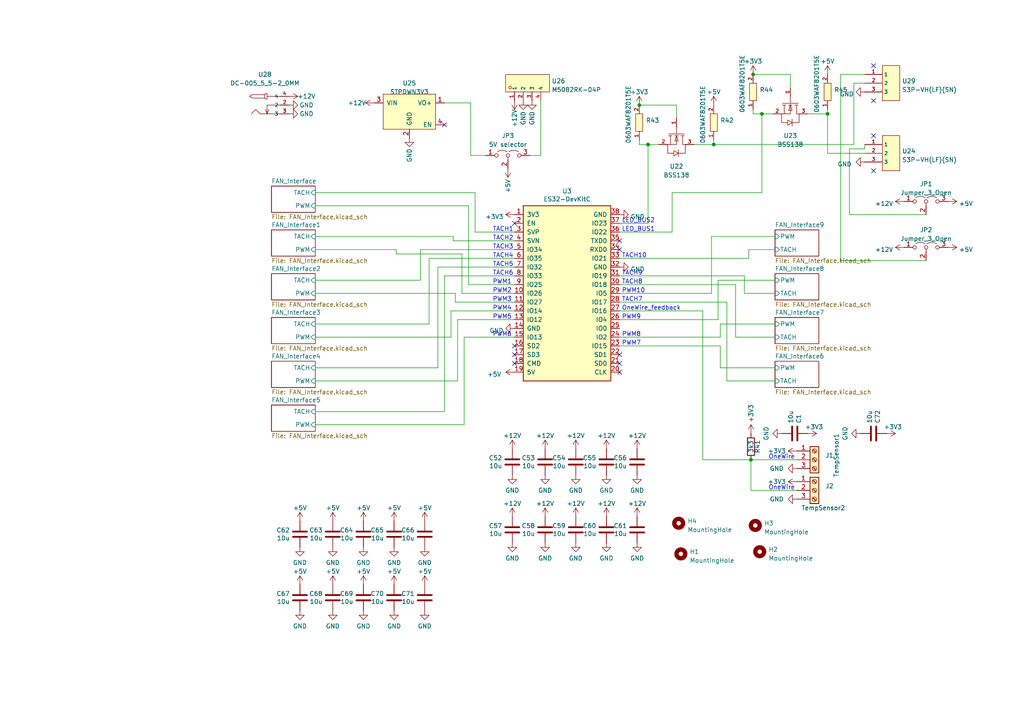
<source format=kicad_sch>
(kicad_sch (version 20230121) (generator eeschema)
  (paper "A4")
  (lib_symbols
    (symbol "0603WAF8201T5E_1" (pin_names hide)
      (property "Reference" "R" (at 0 1.905 0))
      (property "Value" "0603WAF8201T5E" (at 0 -2.54 0))
      (symbol "0603WAF8201T5E_1_0_0"
        (rectangle (start -2.54 1.016) (end 2.54 -1.016) (fill (type background)))
        (pin input line (at -5.08 0 0) (length 2.54) (name "1") (number "1"))
        (pin input line (at 5.08 0 180) (length 2.54) (name "2") (number "2"))
      )
    )
    (symbol "Connector:Screw_Terminal_01x03" (pin_names (offset 1.016) hide)
      (property "Reference" "J" (at 0 5.08 0))
      (property "Value" "Screw_Terminal_01x03" (at 0 -5.08 0))
      (symbol "Screw_Terminal_01x03_1_1"
        (rectangle (start -1.27 3.81) (end 1.27 -3.81) (stroke (width 0.254)) (fill (type background)))
        (circle (center 0 -2.54) (radius 0.635) (stroke (width 0.1524)))
        (polyline (pts (xy -0.5334 -2.2098) (xy 0.3302 -3.048)) (stroke (width 0.1524)))
        (polyline (pts (xy -0.5334 0.3302) (xy 0.3302 -0.508)) (stroke (width 0.1524)))
        (polyline (pts (xy -0.5334 2.8702) (xy 0.3302 2.032)) (stroke (width 0.1524)))
        (polyline (pts (xy -0.3556 -2.032) (xy 0.508 -2.8702)) (stroke (width 0.1524)))
        (polyline (pts (xy -0.3556 0.508) (xy 0.508 -0.3302)) (stroke (width 0.1524)))
        (polyline (pts (xy -0.3556 3.048) (xy 0.508 2.2098)) (stroke (width 0.1524)))
        (circle (center 0 0) (radius 0.635) (stroke (width 0.1524)))
        (circle (center 0 2.54) (radius 0.635) (stroke (width 0.1524)))
        (pin passive line (at -5.08 2.54 0) (length 3.81) (name "Pin_1") (number "1"))
        (pin passive line (at -5.08 0 0) (length 3.81) (name "Pin_2") (number "2"))
        (pin passive line (at -5.08 -2.54 0) (length 3.81) (name "Pin_3") (number "3"))
      )
    )
    (symbol "Device:C" (pin_numbers hide) (pin_names (offset 0.254))
      (property "Reference" "C" (at 0.635 2.54 0))
      (property "Value" "C" (at 0.635 -2.54 0))
      (symbol "C_0_1"
        (polyline (pts (xy -2.032 -0.762) (xy 2.032 -0.762)) (stroke (width 0.508)))
        (polyline (pts (xy -2.032 0.762) (xy 2.032 0.762)) (stroke (width 0.508)))
      )
      (symbol "C_1_1"
        (pin passive line (at 0 3.81 270) (length 2.794) (name "~") (number "1"))
        (pin passive line (at 0 -3.81 90) (length 2.794) (name "~") (number "2"))
      )
    )
    (symbol "Device:R" (pin_numbers hide) (pin_names (offset 0))
      (property "Reference" "R" (at 2.032 0 90))
      (property "Value" "R" (at 0 0 90))
      (symbol "R_0_1"
        (rectangle (start -1.016 -2.54) (end 1.016 2.54) (stroke (width 0.254)))
      )
      (symbol "R_1_1"
        (pin passive line (at 0 3.81 270) (length 1.27) (name "~") (number "1"))
        (pin passive line (at 0 -3.81 90) (length 1.27) (name "~") (number "2"))
      )
    )
    (symbol "ESP32:ES32-DevKitC" (pin_names (offset 1.016))
      (property "Reference" "U" (at 0 0 0))
      (property "Value" "ES32-DevKitC" (at 0 -2.54 0))
      (symbol "ES32-DevKitC_1_1"
        (rectangle (start -12.7 25.4) (end 12.7 -25.4) (stroke (width 0.254)) (fill (type background)))
        (pin input line (at -15.24 22.86 0) (length 2.54) (name "3V3") (number "1"))
        (pin input line (at -15.24 0 0) (length 2.54) (name "IO26") (number "10"))
        (pin input line (at -15.24 -2.54 0) (length 2.54) (name "IO27") (number "11"))
        (pin input line (at -15.24 -5.08 0) (length 2.54) (name "IO14") (number "12"))
        (pin input line (at -15.24 -7.62 0) (length 2.54) (name "IO12") (number "13"))
        (pin input line (at -15.24 -10.16 0) (length 2.54) (name "GND") (number "14"))
        (pin input line (at -15.24 -12.7 0) (length 2.54) (name "IO13") (number "15"))
        (pin input line (at -15.24 -15.24 0) (length 2.54) (name "SD2") (number "16"))
        (pin input line (at -15.24 -17.78 0) (length 2.54) (name "SD3") (number "17"))
        (pin input line (at -15.24 -20.32 0) (length 2.54) (name "CMD") (number "18"))
        (pin input line (at -15.24 -22.86 0) (length 2.54) (name "5V") (number "19"))
        (pin input line (at -15.24 20.32 0) (length 2.54) (name "EN") (number "2"))
        (pin input line (at 15.24 -22.86 180) (length 2.54) (name "CLK") (number "20"))
        (pin input line (at 15.24 -20.32 180) (length 2.54) (name "SD0") (number "21"))
        (pin input line (at 15.24 -17.78 180) (length 2.54) (name "SD1") (number "22"))
        (pin input line (at 15.24 -15.24 180) (length 2.54) (name "IO15") (number "23"))
        (pin input line (at 15.24 -12.7 180) (length 2.54) (name "IO2") (number "24"))
        (pin input line (at 15.24 -10.16 180) (length 2.54) (name "IO0") (number "25"))
        (pin input line (at 15.24 -7.62 180) (length 2.54) (name "IO4") (number "26"))
        (pin input line (at 15.24 -5.08 180) (length 2.54) (name "IO16") (number "27"))
        (pin input line (at 15.24 -2.54 180) (length 2.54) (name "IO17") (number "28"))
        (pin input line (at 15.24 0 180) (length 2.54) (name "IO5") (number "29"))
        (pin input line (at -15.24 17.78 0) (length 2.54) (name "SVP") (number "3"))
        (pin input line (at 15.24 2.54 180) (length 2.54) (name "IO18") (number "30"))
        (pin input line (at 15.24 5.08 180) (length 2.54) (name "IO19") (number "31"))
        (pin input line (at 15.24 7.62 180) (length 2.54) (name "GND") (number "32"))
        (pin input line (at 15.24 10.16 180) (length 2.54) (name "IO21") (number "33"))
        (pin input line (at 15.24 12.7 180) (length 2.54) (name "RXD0") (number "34"))
        (pin input line (at 15.24 15.24 180) (length 2.54) (name "TXD0") (number "35"))
        (pin input line (at 15.24 17.78 180) (length 2.54) (name "IO22") (number "36"))
        (pin input line (at 15.24 20.32 180) (length 2.54) (name "IO23") (number "37"))
        (pin input line (at 15.24 22.86 180) (length 2.54) (name "GND") (number "38"))
        (pin input line (at -15.24 15.24 0) (length 2.54) (name "SVN") (number "4"))
        (pin input line (at -15.24 12.7 0) (length 2.54) (name "IO34") (number "5"))
        (pin input line (at -15.24 10.16 0) (length 2.54) (name "IO35") (number "6"))
        (pin input line (at -15.24 7.62 0) (length 2.54) (name "IO32") (number "7"))
        (pin input line (at -15.24 5.08 0) (length 2.54) (name "IO33") (number "8"))
        (pin input line (at -15.24 2.54 0) (length 2.54) (name "IO25") (number "9"))
      )
    )
    (symbol "ESP32:STPDWN5V" (pin_names (offset 1.016))
      (property "Reference" "U" (at 0 11.43 0))
      (property "Value" "STPDWN5V" (at 0 11.43 0))
      (symbol "STPDWN5V_0_1"
        (rectangle (start -7.62 5.08) (end 7.62 -5.08) (fill (type background)))
      )
      (symbol "STPDWN5V_1_1"
        (pin power_out line (at 10.16 2.54 180) (length 2.54) (name "VO+") (number "1"))
        (pin power_out line (at 0 -7.62 90) (length 2.54) (name "GND") (number "2"))
        (pin power_out line (at -10.16 2.54 0) (length 2.54) (name "VIN") (number "3"))
        (pin power_out line (at 10.16 -3.81 180) (length 2.54) (name "EN") (number "4"))
      )
    )
    (symbol "Jumper:Jumper_3_Open" (pin_names (offset 0) hide)
      (property "Reference" "JP" (at -2.54 -2.54 0))
      (property "Value" "Jumper_3_Open" (at 0 2.794 0))
      (symbol "Jumper_3_Open_0_0"
        (circle (center -3.302 0) (radius 0.508))
        (circle (center 0 0) (radius 0.508))
        (circle (center 3.302 0) (radius 0.508))
      )
      (symbol "Jumper_3_Open_0_1"
        (arc (start -0.254 1.016) (mid -1.651 1.4992) (end -3.048 1.016))
        (polyline (pts (xy 0 -0.508) (xy 0 -1.27)))
        (arc (start 3.048 1.016) (mid 1.651 1.4992) (end 0.254 1.016))
      )
      (symbol "Jumper_3_Open_1_1"
        (pin passive line (at -6.35 0 0) (length 2.54) (name "A") (number "1"))
        (pin passive line (at 0 -3.81 90) (length 2.54) (name "C") (number "2"))
        (pin passive line (at 6.35 0 180) (length 2.54) (name "B") (number "3"))
      )
    )
    (symbol "Mechanical:MountingHole" (pin_names (offset 1.016))
      (property "Reference" "H" (at 0 5.08 0))
      (property "Value" "MountingHole" (at 0 3.175 0))
      (symbol "MountingHole_0_1"
        (circle (center 0 0) (radius 1.27) (stroke (width 1.27)))
      )
    )
    (symbol "Reg_v2.1:BSS138" (pin_names hide)
      (property "Reference" "U" (at -2.54 3.81 0))
      (property "Value" "BSS138" (at -3.81 -4.445 0))
      (symbol "BSS138_0_0"
        (polyline (pts (xy -2.54 0) (xy -0.508 0)))
        (polyline (pts (xy -0.508 2.286) (xy -0.508 -2.286)))
        (polyline (pts (xy 0 -2.286) (xy 0 -1.27)))
        (polyline (pts (xy 0 -0.508) (xy 0 0.508)))
        (polyline (pts (xy 0 2.286) (xy 0 1.27)))
        (polyline (pts (xy 2.54 -1.778) (xy 0 -1.778)))
        (polyline (pts (xy 0 0) (xy 1.524 -0.508) (xy 1.524 0.508) (xy 0 0)) (fill (type background)))
        (polyline (pts (xy 5.08 0.508) (xy 4.318 -0.762) (xy 5.842 -0.762) (xy 5.08 0.508)) (fill (type background)))
        (polyline (pts (xy 6.096 0.508) (xy 5.588 0.508) (xy 4.572 0.508) (xy 4.064 0.508)))
        (polyline (pts (xy 0 0) (xy 2.54 0) (xy 2.54 -2.54) (xy 5.08 -2.54) (xy 5.08 -0.762)))
        (polyline (pts (xy 0 1.778) (xy 2.54 1.778) (xy 2.54 2.54) (xy 5.08 2.54) (xy 5.08 0.508)))
        (pin unspecified line (at -5.08 0 0) (length 2.54) (name "G") (number "1"))
        (pin unspecified line (at 2.54 -5.08 90) (length 2.54) (name "S") (number "2"))
        (pin unspecified line (at 2.54 5.08 270) (length 2.54) (name "D") (number "3"))
      )
    )
    (symbol "Reg_v2.1:M5082RK-04P"
      (property "Reference" "U" (at -0.254 11.938 0))
      (property "Value" "M5082RK-04P" (at -0.254 8.128 0))
      (symbol "M5082RK-04P_0_0"
        (rectangle (start -2.54 6.35) (end 2.54 -6.35) (fill (type background)))
        (circle (center -1.27 5.08) (radius 0.381) (fill (type background)))
        (pin unspecified line (at -5.08 3.81 0) (length 2.54) (name "1") (number "1"))
        (pin unspecified line (at -5.08 1.27 0) (length 2.54) (name "2") (number "2"))
        (pin unspecified line (at -5.08 -1.27 0) (length 2.54) (name "3") (number "3"))
        (pin unspecified line (at -5.08 -3.81 0) (length 2.54) (name "4") (number "4"))
      )
    )
    (symbol "Reg_v2.1:S3P-VH(LF)(SN)"
      (property "Reference" "U" (at 0 5.715 0))
      (property "Value" "S3P-VH(LF)(SN)" (at 0 3.81 0))
      (symbol "S3P-VH(LF)(SN)_0_0"
        (rectangle (start -5.08 2.54) (end 5.08 -2.54) (fill (type background)))
        (pin unspecified line (at -2.54 -7.62 90) (length 5.08) (name "1") (number "1"))
        (pin unspecified line (at 0 -7.62 90) (length 5.08) (name "2") (number "2"))
        (pin unspecified line (at 2.54 -7.62 90) (length 5.08) (name "3") (number "3"))
      )
    )
    (symbol "Reg_v2:DC-005_5_5-2_0MM"
      (property "Reference" "U12" (at -103.505 72.39 0))
      (property "Value" "DC-005_5_5-2_0MM" (at -103.505 69.85 0))
      (symbol "DC-005_5_5-2_0MM_0_0"
        (polyline (pts (xy -104.902 60.96) (xy -99.06 60.96)))
        (polyline (pts (xy -102.87 60.96) (xy -102.362 62.23)))
        (polyline (pts (xy -102.87 66.04) (xy -99.06 66.04)))
        (polyline (pts (xy -104.902 60.96) (xy -106.172 62.23) (xy -107.442 60.96) (xy -107.442 60.96)))
        (polyline (pts (xy -99.06 63.5) (xy -102.87 63.5) (xy -102.87 60.96) (xy -103.378 62.23)))
        (polyline (pts (xy -103.632 66.548) (xy -103.632 65.532) (xy -107.188 65.532) (xy -107.95 66.04) (xy -107.188 66.548) (xy -103.632 66.548)))
        (polyline (pts (xy -103.632 66.548) (xy -103.378 66.802) (xy -102.87 66.802) (xy -102.87 65.278) (xy -103.378 65.278) (xy -103.632 65.532)))
        (pin unspecified line (at -96.52 63.5 180) (length 2.54) (name "2") (number "2"))
        (pin unspecified line (at -96.52 60.96 180) (length 2.54) (name "3") (number "3"))
        (pin unspecified line (at -96.52 66.04 180) (length 2.54) (name "4") (number "4"))
      )
    )
    (symbol "power:+12V" (power) (pin_names (offset 0))
      (property "Value" "+12V" (at 0 3.556 0))
      (symbol "+12V_0_1"
        (polyline (pts (xy -0.762 1.27) (xy 0 2.54)))
        (polyline (pts (xy 0 0) (xy 0 2.54)))
        (polyline (pts (xy 0 2.54) (xy 0.762 1.27)))
      )
      (symbol "+12V_1_1"
        (pin power_in line (at 0 0 90) (length 0) hide (name "+12V") (number "1"))
      )
    )
    (symbol "power:+3.3V" (power) (pin_names (offset 0))
      (property "Value" "+3.3V" (at 0 3.556 0))
      (symbol "+3.3V_0_1"
        (polyline (pts (xy -0.762 1.27) (xy 0 2.54)))
        (polyline (pts (xy 0 0) (xy 0 2.54)))
        (polyline (pts (xy 0 2.54) (xy 0.762 1.27)))
      )
      (symbol "+3.3V_1_1"
        (pin power_in line (at 0 0 90) (length 0) hide (name "+3V3") (number "1"))
      )
    )
    (symbol "power:+3V3" (power) (pin_names (offset 0))
      (property "Value" "+3V3" (at 0 3.556 0))
      (symbol "+3V3_0_1"
        (polyline (pts (xy -0.762 1.27) (xy 0 2.54)))
        (polyline (pts (xy 0 0) (xy 0 2.54)))
        (polyline (pts (xy 0 2.54) (xy 0.762 1.27)))
      )
      (symbol "+3V3_1_1"
        (pin power_in line (at 0 0 90) (length 0) hide (name "+3V3") (number "1"))
      )
    )
    (symbol "power:+5V" (power) (pin_names (offset 0))
      (property "Value" "+5V" (at 0 3.556 0))
      (symbol "+5V_0_1"
        (polyline (pts (xy -0.762 1.27) (xy 0 2.54)))
        (polyline (pts (xy 0 0) (xy 0 2.54)))
        (polyline (pts (xy 0 2.54) (xy 0.762 1.27)))
      )
      (symbol "+5V_1_1"
        (pin power_in line (at 0 0 90) (length 0) hide (name "+5V") (number "1"))
      )
    )
    (symbol "power:GND" (power) (pin_names (offset 0))
      (property "Value" "GND" (at 0 -3.81 0))
      (symbol "GND_0_1"
        (polyline (pts (xy 0 0) (xy 0 -1.27) (xy 1.27 -1.27) (xy 0 -2.54) (xy -1.27 -1.27) (xy 0 -1.27)))
      )
      (symbol "GND_1_1"
        (pin power_in line (at 0 0 270) (length 0) hide (name "GND") (number "1"))
      )
    )
  )
  (junction (at 185.42 30.48))
  (junction (at 207.01 41.91))
  (junction (at 217.805 133.35))
  (junction (at 240.03 33.02))
  (junction (at 187.96 41.91))
  (junction (at 218.44 21.59))
  (junction (at 220.98 33.02))
  (no_connect (at 253.365 19.05))
  (no_connect (at 149.225 105.41))
  (no_connect (at 149.225 64.77))
  (no_connect (at 253.365 49.53))
  (no_connect (at 253.365 29.21))
  (no_connect (at 179.705 72.39))
  (no_connect (at 149.225 100.33))
  (no_connect (at 179.705 69.85))
  (no_connect (at 128.905 36.195))
  (no_connect (at 179.705 102.87))
  (no_connect (at 179.705 105.41))
  (no_connect (at 149.225 102.87))
  (no_connect (at 253.365 39.37))
  (no_connect (at 179.705 107.95))
  (wire (pts (xy 206.375 85.09) (xy 206.375 68.58)))
  (wire (pts (xy 179.705 85.09) (xy 206.375 85.09)))
  (wire (pts (xy 179.705 80.01) (xy 215.9 80.01)))
  (wire (pts (xy 149.225 77.47) (xy 127 77.47)))
  (wire (pts (xy 187.96 64.77) (xy 187.96 41.91)))
  (wire (pts (xy 207.01 41.91) (xy 247.65 41.91)))
  (wire (pts (xy 220.98 55.88) (xy 220.98 33.02)))
  (wire (pts (xy 196.215 30.48) (xy 185.42 30.48)))
  (wire (pts (xy 91.44 119.38) (xy 128.905 119.38)))
  (wire (pts (xy 217.17 74.93) (xy 217.17 72.39)))
  (wire (pts (xy 213.36 97.79) (xy 213.36 82.55)))
  (wire (pts (xy 137.795 67.31) (xy 149.225 67.31)))
  (wire (pts (xy 218.44 31.75) (xy 218.44 33.02)))
  (wire (pts (xy 208.915 97.79) (xy 179.705 97.79)))
  (wire (pts (xy 234.315 33.02) (xy 240.03 33.02)))
  (wire (pts (xy 185.42 40.64) (xy 185.42 41.91)))
  (wire (pts (xy 130.81 90.17) (xy 149.225 90.17)))
  (wire (pts (xy 210.82 110.49) (xy 224.79 110.49)))
  (wire (pts (xy 91.44 81.28) (xy 121.92 81.28)))
  (wire (pts (xy 217.805 133.35) (xy 231.14 133.35)))
  (wire (pts (xy 231.14 142.24) (xy 217.805 142.24)))
  (wire (pts (xy 134.62 97.79) (xy 149.225 97.79)))
  (wire (pts (xy 91.44 97.79) (xy 130.81 97.79)))
  (wire (pts (xy 203.835 90.17) (xy 179.705 90.17)))
  (wire (pts (xy 250.825 43.18) (xy 250.825 41.91)))
  (wire (pts (xy 121.92 81.28) (xy 121.92 72.39)))
  (wire (pts (xy 268.605 62.23) (xy 246.38 62.23)))
  (wire (pts (xy 203.835 133.35) (xy 203.835 90.17)))
  (wire (pts (xy 132.08 87.63) (xy 149.225 87.63)))
  (wire (pts (xy 224.79 93.98) (xy 208.915 93.98)))
  (wire (pts (xy 135.89 82.55) (xy 149.225 82.55)))
  (wire (pts (xy 156.845 45.085) (xy 156.845 29.21)))
  (wire (pts (xy 194.945 67.31) (xy 194.945 55.88)))
  (wire (pts (xy 207.01 41.91) (xy 207.01 40.64)))
  (wire (pts (xy 128.905 119.38) (xy 128.905 80.01)))
  (wire (pts (xy 215.9 80.01) (xy 215.9 85.09)))
  (wire (pts (xy 246.38 43.18) (xy 250.825 43.18)))
  (wire (pts (xy 131.445 69.85) (xy 131.445 68.58)))
  (wire (pts (xy 187.96 41.91) (xy 191.135 41.91)))
  (wire (pts (xy 179.705 87.63) (xy 210.82 87.63)))
  (wire (pts (xy 124.46 93.98) (xy 91.44 93.98)))
  (wire (pts (xy 194.945 55.88) (xy 220.98 55.88)))
  (wire (pts (xy 128.905 80.01) (xy 149.225 80.01)))
  (wire (pts (xy 247.65 41.91) (xy 247.65 24.13)))
  (wire (pts (xy 134.62 123.19) (xy 134.62 97.79)))
  (wire (pts (xy 135.89 59.69) (xy 135.89 82.55)))
  (wire (pts (xy 179.705 74.93) (xy 217.17 74.93)))
  (wire (pts (xy 131.445 68.58) (xy 91.44 68.58)))
  (wire (pts (xy 208.28 81.28) (xy 224.79 81.28)))
  (wire (pts (xy 201.295 41.91) (xy 207.01 41.91)))
  (wire (pts (xy 240.03 33.02) (xy 240.03 31.75)))
  (wire (pts (xy 208.915 100.33) (xy 208.915 106.68)))
  (wire (pts (xy 179.705 64.77) (xy 187.96 64.77)))
  (wire (pts (xy 210.82 87.63) (xy 210.82 110.49)))
  (wire (pts (xy 243.84 21.59) (xy 250.825 21.59)))
  (wire (pts (xy 127 77.47) (xy 127 106.68)))
  (wire (pts (xy 136.525 45.085) (xy 136.525 29.845)))
  (wire (pts (xy 215.9 85.09) (xy 224.79 85.09)))
  (wire (pts (xy 91.44 55.88) (xy 137.795 55.88)))
  (wire (pts (xy 218.44 33.02) (xy 220.98 33.02)))
  (wire (pts (xy 132.715 92.71) (xy 132.715 110.49)))
  (wire (pts (xy 140.97 45.085) (xy 136.525 45.085)))
  (wire (pts (xy 185.42 41.91) (xy 187.96 41.91)))
  (wire (pts (xy 206.375 68.58) (xy 224.79 68.58)))
  (wire (pts (xy 132.08 85.09) (xy 132.08 87.63)))
  (wire (pts (xy 196.215 34.29) (xy 196.215 30.48)))
  (wire (pts (xy 91.44 85.09) (xy 132.08 85.09)))
  (wire (pts (xy 247.65 24.13) (xy 250.825 24.13)))
  (wire (pts (xy 208.28 92.71) (xy 208.28 81.28)))
  (wire (pts (xy 208.915 106.68) (xy 224.79 106.68)))
  (wire (pts (xy 229.235 25.4) (xy 229.235 21.59)))
  (wire (pts (xy 179.705 82.55) (xy 213.36 82.55)))
  (wire (pts (xy 149.225 85.09) (xy 133.985 85.09)))
  (wire (pts (xy 132.715 110.49) (xy 91.44 110.49)))
  (wire (pts (xy 246.38 62.23) (xy 246.38 43.18)))
  (wire (pts (xy 179.705 92.71) (xy 208.28 92.71)))
  (wire (pts (xy 149.225 69.85) (xy 131.445 69.85)))
  (wire (pts (xy 224.79 97.79) (xy 213.36 97.79)))
  (wire (pts (xy 217.17 72.39) (xy 224.79 72.39)))
  (wire (pts (xy 179.705 67.31) (xy 194.945 67.31)))
  (wire (pts (xy 130.81 97.79) (xy 130.81 90.17)))
  (wire (pts (xy 179.705 100.33) (xy 208.915 100.33)))
  (wire (pts (xy 220.98 33.02) (xy 224.155 33.02)))
  (wire (pts (xy 153.67 45.085) (xy 156.845 45.085)))
  (wire (pts (xy 114.935 72.39) (xy 91.44 72.39)))
  (wire (pts (xy 133.985 85.09) (xy 133.985 73.66)))
  (wire (pts (xy 149.225 92.71) (xy 132.715 92.71)))
  (wire (pts (xy 240.03 33.02) (xy 240.03 44.45)))
  (wire (pts (xy 208.915 93.98) (xy 208.915 97.79)))
  (wire (pts (xy 137.795 55.88) (xy 137.795 67.31)))
  (wire (pts (xy 91.44 123.19) (xy 134.62 123.19)))
  (wire (pts (xy 121.92 72.39) (xy 149.225 72.39)))
  (wire (pts (xy 243.84 75.565) (xy 243.84 21.59)))
  (wire (pts (xy 229.235 21.59) (xy 218.44 21.59)))
  (wire (pts (xy 91.44 59.69) (xy 135.89 59.69)))
  (wire (pts (xy 217.805 142.24) (xy 217.805 133.35)))
  (wire (pts (xy 149.225 74.93) (xy 124.46 74.93)))
  (wire (pts (xy 136.525 29.845) (xy 128.905 29.845)))
  (wire (pts (xy 133.985 73.66) (xy 114.935 73.66)))
  (wire (pts (xy 268.605 75.565) (xy 243.84 75.565)))
  (wire (pts (xy 240.03 44.45) (xy 250.825 44.45)))
  (wire (pts (xy 114.935 73.66) (xy 114.935 72.39)))
  (wire (pts (xy 203.835 133.35) (xy 217.805 133.35)))
  (wire (pts (xy 127 106.68) (xy 91.44 106.68)))
  (wire (pts (xy 124.46 74.93) (xy 124.46 93.98)))
  (text "OneWire_feedback" (at 180.34 90.17 0) (effects (font (size 1.27 1.27)) (justify left bottom)))
  (text "TACH7" (at 180.34 87.63 0) (effects (font (size 1.27 1.27)) (justify left bottom)))
  (text "PWM5" (at 142.875 92.71 0) (effects (font (size 1.27 1.27)) (justify left bottom)))
  (text "PWM10" (at 180.34 85.09 0) (effects (font (size 1.27 1.27)) (justify left bottom)))
  (text "PWM6" (at 142.875 97.79 0) (effects (font (size 1.27 1.27)) (justify left bottom)))
  (text "TACH4" (at 142.875 74.93 0) (effects (font (size 1.27 1.27)) (justify left bottom)))
  (text "OneWire" (at 222.885 142.24 0) (effects (font (size 1.27 1.27)) (justify left bottom)))
  (text "LED_BUS2" (at 180.34 64.77 0) (effects (font (size 1.27 1.27)) (justify left bottom)))
  (text "LED_BUS1" (at 180.34 67.31 0) (effects (font (size 1.27 1.27)) (justify left bottom)))
  (text "TACH8" (at 180.34 82.55 0) (effects (font (size 1.27 1.27)) (justify left bottom)))
  (text "PWM3" (at 142.875 87.63 0) (effects (font (size 1.27 1.27)) (justify left bottom)))
  (text "TACH2" (at 142.875 69.85 0) (effects (font (size 1.27 1.27)) (justify left bottom)))
  (text "PWM4" (at 142.875 90.17 0) (effects (font (size 1.27 1.27)) (justify left bottom)))
  (text "TACH6" (at 142.875 80.01 0) (effects (font (size 1.27 1.27)) (justify left bottom)))
  (text "PWM1" (at 142.875 82.55 0) (effects (font (size 1.27 1.27)) (justify left bottom)))
  (text "TACH5" (at 142.875 77.47 0) (effects (font (size 1.27 1.27)) (justify left bottom)))
  (text "TACH3" (at 142.875 72.39 0) (effects (font (size 1.27 1.27)) (justify left bottom)))
  (text "TACH10" (at 180.34 74.93 0) (effects (font (size 1.27 1.27)) (justify left bottom)))
  (text "TACH9" (at 180.34 80.01 0) (effects (font (size 1.27 1.27)) (justify left bottom)))
  (text "PWM8" (at 180.34 97.79 0) (effects (font (size 1.27 1.27)) (justify left bottom)))
  (text "PWM7" (at 180.34 100.33 0) (effects (font (size 1.27 1.27)) (justify left bottom)))
  (text "PWM2" (at 142.875 85.09 0) (effects (font (size 1.27 1.27)) (justify left bottom)))
  (text "OneWire" (at 222.885 133.35 0) (effects (font (size 1.27 1.27)) (justify left bottom)))
  (text "PWM9" (at 180.34 92.71 0) (effects (font (size 1.27 1.27)) (justify left bottom)))
  (text "TACH1" (at 142.875 67.31 0) (effects (font (size 1.27 1.27)) (justify left bottom)))
  (symbol (lib_id "power:+5V") (at 274.955 71.755 270) (unit 1)
    (property "Reference" "#PWR082" (effects hide))
    (property "Value" "+5V" (at 278.13 72.39 90) (effects (justify left)))
  )
  (symbol (lib_id "Device:C") (at 148.59 153.67 0) (mirror y) (unit 1)
    (property "Reference" "C57" (at 145.669 152.5016 0) (effects (justify left)))
    (property "Value" "10u" (at 145.669 154.813 0) (effects (justify left)))
    (property "Footprint" "Capacitor_SMD:C_0805_2012Metric" (effects hide))
    (property "LCSC" "C440198" (effects hide))
  )
  (symbol (lib_id "power:+12V") (at 148.59 130.175 0) (unit 1)
    (property "Reference" "#PWR0187" (effects hide))
    (property "Value" "+12V" (at 148.59 126.365 0))
  )
  (symbol (lib_id "power:+12V") (at 158.115 149.86 0) (unit 1)
    (property "Reference" "#PWR0199" (effects hide))
    (property "Value" "+12V" (at 158.115 146.05 0))
  )
  (symbol (lib_id "Reg_v2.1:BSS138") (at 196.215 39.37 270) (unit 1)
    (property "Reference" "U22" (at 196.215 48.26 90))
    (property "Value" "BSS138" (at 196.215 50.8 90))
    (property "Footprint" "Reg_v2.1:SOT-23-3_L2.9-W1.3-P1.90-LS2.4-BR" (effects hide))
    (property "Datasheet" "https://www.diodes.com/assets/Package-Files/SOT23.pdf" (effects hide))
    (property "LCSC" "C78284" (effects hide))
  )
  (symbol (lib_id "Device:C") (at 123.19 173.355 0) (mirror y) (unit 1)
    (property "Reference" "C71" (at 120.269 172.1866 0) (effects (justify left)))
    (property "Value" "10u" (at 120.269 174.498 0) (effects (justify left)))
    (property "Footprint" "Capacitor_SMD:C_0805_2012Metric" (effects hide))
    (property "LCSC" "C440198" (effects hide))
  )
  (symbol (lib_id "Device:C") (at 105.41 173.355 0) (mirror y) (unit 1)
    (property "Reference" "C69" (at 102.489 172.1866 0) (effects (justify left)))
    (property "Value" "10u" (at 102.489 174.498 0) (effects (justify left)))
    (property "Footprint" "Capacitor_SMD:C_0805_2012Metric" (effects hide))
    (property "LCSC" "C440198" (effects hide))
  )
  (symbol (lib_id "power:+12V") (at 108.585 29.845 90) (unit 1)
    (property "Reference" "#PWR0229" (effects hide))
    (property "Value" "+12V" (at 103.505 29.845 90))
  )
  (symbol (lib_id "power:+5V") (at 149.225 107.95 90) (unit 1)
    (property "Reference" "#PWR074" (effects hide))
    (property "Value" "+5V" (at 145.415 108.585 90) (effects (justify left)))
  )
  (symbol (lib_id "Jumper:Jumper_3_Open") (at 147.32 45.085 0) (unit 1)
    (property "Reference" "JP3" (at 147.32 39.37 0))
    (property "Value" "5V selector" (at 147.32 41.91 0))
    (property "Footprint" "Connector_PinHeader_2.54mm:PinHeader_1x03_P2.54mm_Vertical" (effects hide))
  )
  (symbol (lib_id "power:+3.3V") (at 231.14 130.81 90) (unit 1)
    (property "Reference" "#PWR066" (effects hide))
    (property "Value" "+3.3V" (at 227.965 130.81 90) (effects (justify left)))
  )
  (symbol (lib_id "power:GND") (at 158.115 137.795 0) (mirror y) (unit 1)
    (property "Reference" "#PWR0190" (effects hide))
    (property "Value" "GND" (at 158.115 142.24 0))
  )
  (symbol (lib_id "power:+3.3V") (at 234.315 125.73 270) (mirror x) (unit 1)
    (property "Reference" "#PWR065" (effects hide))
    (property "Value" "+3.3V" (at 238.76 123.825 90) (effects (justify right)))
  )
  (symbol (lib_id "power:+12V") (at 167.005 149.86 0) (unit 1)
    (property "Reference" "#PWR0201" (effects hide))
    (property "Value" "+12V" (at 167.005 146.05 0))
  )
  (symbol (lib_id "Connector:Screw_Terminal_01x03") (at 236.22 142.24 0) (unit 1)
    (property "Reference" "J2" (at 239.395 140.9699 0) (effects (justify left)))
    (property "Value" "TempSensor2" (at 232.41 147.32 0) (effects (justify left)))
    (property "Footprint" "Connector_Phoenix_MC:PhoenixContact_MC_1,5_3-G-3.5_1x03_P3.50mm_Horizontal" (effects hide))
  )
  (symbol (lib_id "Device:C") (at 114.3 173.355 0) (mirror y) (unit 1)
    (property "Reference" "C70" (at 111.379 172.1866 0) (effects (justify left)))
    (property "Value" "10u" (at 111.379 174.498 0) (effects (justify left)))
    (property "Footprint" "Capacitor_SMD:C_0805_2012Metric" (effects hide))
    (property "LCSC" "C440198" (effects hide))
  )
  (symbol (lib_id "power:+3V3") (at 185.42 30.48 0) (unit 1)
    (property "Reference" "#PWR072" (effects hide))
    (property "Value" "+3V3" (at 185.42 26.67 0))
  )
  (symbol (lib_id "power:GND") (at 149.225 95.25 270) (unit 1)
    (property "Reference" "#PWR09" (effects hide))
    (property "Value" "GND" (at 146.05 95.885 90) (effects (justify right)))
  )
  (symbol (lib_id "Device:C") (at 86.995 154.94 0) (mirror y) (unit 1)
    (property "Reference" "C62" (at 84.074 153.7716 0) (effects (justify left)))
    (property "Value" "10u" (at 84.074 156.083 0) (effects (justify left)))
    (property "Footprint" "Capacitor_SMD:C_0805_2012Metric" (effects hide))
    (property "LCSC" "C440198" (effects hide))
  )
  (symbol (lib_id "power:GND") (at 179.705 77.47 90) (unit 1)
    (property "Reference" "#PWR08" (effects hide))
    (property "Value" "GND" (at 182.88 78.105 90) (effects (justify right)))
  )
  (symbol (lib_id "Jumper:Jumper_3_Open") (at 268.605 58.42 0) (unit 1)
    (property "Reference" "JP1" (at 268.605 53.34 0))
    (property "Value" "Jumper_3_Open" (at 268.605 55.88 0))
    (property "Footprint" "Connector_PinHeader_2.54mm:PinHeader_1x03_P2.54mm_Vertical" (effects hide))
  )
  (symbol (lib_id "power:+5V") (at 86.995 169.545 0) (unit 1)
    (property "Reference" "#PWR0217" (effects hide))
    (property "Value" "+5V" (at 86.995 165.735 0))
  )
  (symbol (lib_id "power:+3V3") (at 218.44 21.59 0) (unit 1)
    (property "Reference" "#PWR075" (effects hide))
    (property "Value" "+3V3" (at 218.44 17.78 0))
  )
  (symbol (lib_id "power:+5V") (at 123.19 151.13 0) (unit 1)
    (property "Reference" "#PWR0216" (effects hide))
    (property "Value" "+5V" (at 123.19 147.32 0))
  )
  (symbol (lib_id "power:+12V") (at 148.59 149.86 0) (unit 1)
    (property "Reference" "#PWR0197" (effects hide))
    (property "Value" "+12V" (at 148.59 146.05 0))
  )
  (symbol (lib_id "Device:C") (at 96.52 173.355 0) (mirror y) (unit 1)
    (property "Reference" "C68" (at 93.599 172.1866 0) (effects (justify left)))
    (property "Value" "10u" (at 93.599 174.498 0) (effects (justify left)))
    (property "Footprint" "Capacitor_SMD:C_0805_2012Metric" (effects hide))
    (property "LCSC" "C440198" (effects hide))
  )
  (symbol (lib_id "power:GND") (at 158.115 157.48 0) (mirror y) (unit 1)
    (property "Reference" "#PWR0200" (effects hide))
    (property "Value" "GND" (at 158.115 161.925 0))
  )
  (symbol (lib_id "power:+5V") (at 147.32 48.895 180) (unit 1)
    (property "Reference" "#PWR086" (effects hide))
    (property "Value" "+5V" (at 147.32 53.975 90))
  )
  (symbol (lib_id "power:+5V") (at 96.52 151.13 0) (unit 1)
    (property "Reference" "#PWR0213" (effects hide))
    (property "Value" "+5V" (at 96.52 147.32 0))
  )
  (symbol (lib_id "Reg_v2.1:S3P-VH(LF)(SN)") (at 258.445 24.13 270) (unit 1)
    (property "Reference" "U29" (at 261.62 23.495 90) (effects (justify left)))
    (property "Value" "S3P-VH(LF)(SN)" (at 261.62 26.035 90) (effects (justify left)))
    (property "Footprint" "Reg_v2.1:CONN-TH_3P-P3.96_S3P-VH-LF-SN" (effects hide))
    (property "Datasheet" "https://lcsc.com/product-detail/Wire-To-Board-Wire-To-Wire-Connector_JST-Sales-America_S3P-VH-LF-SN_JST-Sales-America-S3P-VH-LF-SN_C264986.html" (effects hide))
    (property "LCSC" "C264986" (effects hide))
  )
  (symbol (lib_id "Mechanical:MountingHole") (at 220.345 160.02 0) (unit 1)
    (property "Reference" "H2" (at 222.885 159.385 0) (effects (justify left)))
    (property "Value" "MountingHole" (at 222.885 161.925 0) (effects (justify left)))
    (property "Footprint" "MountingHole:MountingHole_3.2mm_M3_DIN965" (effects hide))
  )
  (symbol (lib_id "power:GND") (at 148.59 137.795 0) (mirror y) (unit 1)
    (property "Reference" "#PWR0188" (effects hide))
    (property "Value" "GND" (at 148.59 142.24 0))
  )
  (symbol (lib_id "Device:C") (at 184.785 133.985 0) (mirror y) (unit 1)
    (property "Reference" "C56" (at 181.864 132.8166 0) (effects (justify left)))
    (property "Value" "10u" (at 181.864 135.128 0) (effects (justify left)))
    (property "Footprint" "Capacitor_SMD:C_0805_2012Metric" (effects hide))
    (property "LCSC" "C440198" (effects hide))
  )
  (symbol (lib_id "Reg_v2.1:S3P-VH(LF)(SN)") (at 258.445 44.45 270) (unit 1)
    (property "Reference" "U24" (at 261.62 43.815 90) (effects (justify left)))
    (property "Value" "S3P-VH(LF)(SN)" (at 261.62 46.355 90) (effects (justify left)))
    (property "Footprint" "Reg_v2.1:CONN-TH_3P-P3.96_S3P-VH-LF-SN" (effects hide))
    (property "Datasheet" "https://lcsc.com/product-detail/Wire-To-Board-Wire-To-Wire-Connector_JST-Sales-America_S3P-VH-LF-SN_JST-Sales-America-S3P-VH-LF-SN_C264986.html" (effects hide))
    (property "LCSC" "C264986" (effects hide))
  )
  (symbol (lib_id "power:+5V") (at 114.3 169.545 0) (unit 1)
    (property "Reference" "#PWR0223" (effects hide))
    (property "Value" "+5V" (at 114.3 165.735 0))
  )
  (symbol (lib_id "power:GND") (at 249.555 125.73 270) (unit 1)
    (property "Reference" "#PWR0227" (effects hide))
    (property "Value" "GND" (at 245.11 125.73 0))
  )
  (symbol (lib_id "Device:C") (at 184.785 153.67 0) (mirror y) (unit 1)
    (property "Reference" "C61" (at 181.864 152.5016 0) (effects (justify left)))
    (property "Value" "10u" (at 181.864 154.813 0) (effects (justify left)))
    (property "Footprint" "Capacitor_SMD:C_0805_2012Metric" (effects hide))
    (property "LCSC" "C440198" (effects hide))
  )
  (symbol (lib_id "Reg_v2.1:BSS138") (at 229.235 30.48 270) (unit 1)
    (property "Reference" "U23" (at 229.235 39.37 90))
    (property "Value" "BSS138" (at 229.235 41.91 90))
    (property "Footprint" "Reg_v2.1:SOT-23-3_L2.9-W1.3-P1.90-LS2.4-BR" (effects hide))
    (property "Datasheet" "https://www.diodes.com/assets/Package-Files/SOT23.pdf" (effects hide))
    (property "LCSC" "C78284" (effects hide))
  )
  (symbol (lib_id "power:GND") (at 175.895 157.48 0) (mirror y) (unit 1)
    (property "Reference" "#PWR0204" (effects hide))
    (property "Value" "GND" (at 175.895 161.925 0))
  )
  (symbol (lib_id "power:+12V") (at 175.895 149.86 0) (unit 1)
    (property "Reference" "#PWR0203" (effects hide))
    (property "Value" "+12V" (at 175.895 146.05 0))
  )
  (symbol (lib_id "Device:C") (at 105.41 154.94 0) (mirror y) (unit 1)
    (property "Reference" "C64" (at 102.489 153.7716 0) (effects (justify left)))
    (property "Value" "10u" (at 102.489 156.083 0) (effects (justify left)))
    (property "Footprint" "Capacitor_SMD:C_0805_2012Metric" (effects hide))
    (property "LCSC" "C440198" (effects hide))
  )
  (symbol (lib_id "power:GND") (at 96.52 158.75 0) (mirror y) (unit 1)
    (property "Reference" "#PWR0208" (effects hide))
    (property "Value" "GND" (at 96.52 163.195 0))
  )
  (symbol (lib_id "power:GND") (at 175.895 137.795 0) (mirror y) (unit 1)
    (property "Reference" "#PWR0194" (effects hide))
    (property "Value" "GND" (at 175.895 142.24 0))
  )
  (symbol (lib_id "power:+5V") (at 123.19 169.545 0) (unit 1)
    (property "Reference" "#PWR0225" (effects hide))
    (property "Value" "+5V" (at 123.19 165.735 0))
  )
  (symbol (lib_id "power:GND") (at 118.745 40.005 0) (unit 1)
    (property "Reference" "#PWR0230" (effects hide))
    (property "Value" "GND" (at 118.745 45.085 90))
  )
  (symbol (lib_id "Mechanical:MountingHole") (at 196.85 151.765 0) (unit 1)
    (property "Reference" "H4" (at 199.39 151.13 0) (effects (justify left)))
    (property "Value" "MountingHole" (at 199.39 153.67 0) (effects (justify left)))
    (property "Footprint" "MountingHole:MountingHole_3.2mm_M3_DIN965" (effects hide))
  )
  (symbol (lib_id "power:+12V") (at 158.115 130.175 0) (unit 1)
    (property "Reference" "#PWR0189" (effects hide))
    (property "Value" "+12V" (at 158.115 126.365 0))
  )
  (symbol (lib_id "Device:C") (at 167.005 153.67 0) (mirror y) (unit 1)
    (property "Reference" "C59" (at 164.084 152.5016 0) (effects (justify left)))
    (property "Value" "10u" (at 164.084 154.813 0) (effects (justify left)))
    (property "Footprint" "Capacitor_SMD:C_0805_2012Metric" (effects hide))
    (property "LCSC" "C440198" (effects hide))
  )
  (symbol (lib_id "power:GND") (at 184.785 157.48 0) (mirror y) (unit 1)
    (property "Reference" "#PWR0206" (effects hide))
    (property "Value" "GND" (at 184.785 161.925 0))
  )
  (symbol (lib_id "power:+5V") (at 274.955 58.42 270) (unit 1)
    (property "Reference" "#PWR081" (effects hide))
    (property "Value" "+5V" (at 278.13 59.055 90) (effects (justify left)))
  )
  (symbol (lib_id "Mechanical:MountingHole") (at 197.485 160.655 0) (unit 1)
    (property "Reference" "H1" (at 200.025 160.02 0) (effects (justify left)))
    (property "Value" "MountingHole" (at 200.025 162.56 0) (effects (justify left)))
    (property "Footprint" "MountingHole:MountingHole_3.2mm_M3_DIN965" (effects hide))
  )
  (symbol (lib_id "power:GND") (at 167.005 157.48 0) (mirror y) (unit 1)
    (property "Reference" "#PWR0202" (effects hide))
    (property "Value" "GND" (at 167.005 161.925 0))
  )
  (symbol (lib_id "Device:C") (at 123.19 154.94 0) (mirror y) (unit 1)
    (property "Reference" "C66" (at 120.269 153.7716 0) (effects (justify left)))
    (property "Value" "10u" (at 120.269 156.083 0) (effects (justify left)))
    (property "Footprint" "Capacitor_SMD:C_0805_2012Metric" (effects hide))
    (property "LCSC" "C440198" (effects hide))
  )
  (symbol (lib_id "power:GND") (at 154.305 29.21 0) (unit 1)
    (property "Reference" "#PWR085" (effects hide))
    (property "Value" "GND" (at 154.305 34.29 90))
  )
  (symbol (lib_id "Device:C") (at 86.995 173.355 0) (mirror y) (unit 1)
    (property "Reference" "C67" (at 84.074 172.1866 0) (effects (justify left)))
    (property "Value" "10u" (at 84.074 174.498 0) (effects (justify left)))
    (property "Footprint" "Capacitor_SMD:C_0805_2012Metric" (effects hide))
    (property "LCSC" "C440198" (effects hide))
  )
  (symbol (lib_name "0603WAF8201T5E_1") (lib_id "Reg_v2.1:0603WAF8201T5E") (at 185.42 35.56 90) (unit 1)
    (property "Reference" "R43" (at 187.325 34.925 90) (effects (justify right)))
    (property "Value" "0603WAF8201T5E" (at 182.245 24.765 0) (effects (justify right)))
    (property "Footprint" "Reg_v2.1:R0603" (effects hide))
    (property "Datasheet" "https://www.mouser.in/datasheet/2/447/PYu_RT_1_to_0_01_RoHS_L_11-1669912.pdf" (effects hide))
    (property "LCSC" "C25981" (effects hide))
    (property "Resistance" "8.2kΩ" (effects hide))
  )
  (symbol (lib_id "Device:C") (at 167.005 133.985 0) (mirror y) (unit 1)
    (property "Reference" "C54" (at 164.084 132.8166 0) (effects (justify left)))
    (property "Value" "10u" (at 164.084 135.128 0) (effects (justify left)))
    (property "Footprint" "Capacitor_SMD:C_0805_2012Metric" (effects hide))
    (property "LCSC" "C440198" (effects hide))
  )
  (symbol (lib_id "power:+3V3") (at 149.225 62.23 90) (unit 1)
    (property "Reference" "#PWR010" (effects hide))
    (property "Value" "+3V3" (at 146.05 62.865 90) (effects (justify left)))
  )
  (symbol (lib_id "power:GND") (at 179.705 62.23 90) (unit 1)
    (property "Reference" "#PWR07" (effects hide))
    (property "Value" "GND" (at 182.88 62.865 90) (effects (justify right)))
  )
  (symbol (lib_id "power:GND") (at 226.695 125.73 270) (unit 1)
    (property "Reference" "#PWR070" (effects hide))
    (property "Value" "GND" (at 222.25 125.73 0))
  )
  (symbol (lib_id "power:GND") (at 250.825 26.67 270) (unit 1)
    (property "Reference" "#PWR078" (effects hide))
    (property "Value" "GND" (at 247.65 27.305 90) (effects (justify right)))
  )
  (symbol (lib_id "power:GND") (at 96.52 177.165 0) (mirror y) (unit 1)
    (property "Reference" "#PWR0220" (effects hide))
    (property "Value" "GND" (at 96.52 181.61 0))
  )
  (symbol (lib_id "power:+12V") (at 262.255 58.42 90) (unit 1)
    (property "Reference" "#PWR079" (effects hide))
    (property "Value" "+12V" (at 259.08 59.055 90) (effects (justify left)))
  )
  (symbol (lib_id "power:+5V") (at 105.41 169.545 0) (unit 1)
    (property "Reference" "#PWR0221" (effects hide))
    (property "Value" "+5V" (at 105.41 165.735 0))
  )
  (symbol (lib_id "Connector:Screw_Terminal_01x03") (at 236.22 133.35 0) (unit 1)
    (property "Reference" "J1" (at 239.395 132.0799 0) (effects (justify left)))
    (property "Value" "TempSensor1" (at 242.57 138.43 90) (effects (justify left)))
    (property "Footprint" "Connector_Phoenix_MC:PhoenixContact_MC_1,5_3-G-3.5_1x03_P3.50mm_Horizontal" (effects hide))
  )
  (symbol (lib_id "power:GND") (at 83.82 30.48 90) (unit 1)
    (property "Reference" "#PWR0231" (effects hide))
    (property "Value" "GND" (at 88.9 30.48 90))
  )
  (symbol (lib_id "power:GND") (at 184.785 137.795 0) (mirror y) (unit 1)
    (property "Reference" "#PWR0196" (effects hide))
    (property "Value" "GND" (at 184.785 142.24 0))
  )
  (symbol (lib_id "power:+12V") (at 83.82 27.94 270) (unit 1)
    (property "Reference" "#PWR0233" (effects hide))
    (property "Value" "+12V" (at 88.9 27.94 90))
  )
  (symbol (lib_id "Device:C") (at 158.115 153.67 0) (mirror y) (unit 1)
    (property "Reference" "C58" (at 155.194 152.5016 0) (effects (justify left)))
    (property "Value" "10u" (at 155.194 154.813 0) (effects (justify left)))
    (property "Footprint" "Capacitor_SMD:C_0805_2012Metric" (effects hide))
    (property "LCSC" "C440198" (effects hide))
  )
  (symbol (lib_id "Jumper:Jumper_3_Open") (at 268.605 71.755 0) (unit 1)
    (property "Reference" "JP2" (at 268.605 66.675 0))
    (property "Value" "Jumper_3_Open" (at 268.605 69.215 0))
    (property "Footprint" "Connector_PinHeader_2.54mm:PinHeader_1x03_P2.54mm_Vertical" (effects hide))
  )
  (symbol (lib_id "power:+3.3V") (at 257.175 125.73 270) (mirror x) (unit 1)
    (property "Reference" "#PWR0228" (effects hide))
    (property "Value" "+3.3V" (at 261.62 123.825 90) (effects (justify right)))
  )
  (symbol (lib_name "0603WAF8201T5E_1") (lib_id "Reg_v2.1:0603WAF8201T5E") (at 240.03 26.67 90) (unit 1)
    (property "Reference" "R45" (at 241.935 26.035 90) (effects (justify right)))
    (property "Value" "0603WAF8201T5E" (at 236.855 15.875 0) (effects (justify right)))
    (property "Footprint" "Reg_v2.1:R0603" (effects hide))
    (property "Datasheet" "https://www.mouser.in/datasheet/2/447/PYu_RT_1_to_0_01_RoHS_L_11-1669912.pdf" (effects hide))
    (property "LCSC" "C25981" (effects hide))
    (property "Resistance" "8.2kΩ" (effects hide))
  )
  (symbol (lib_id "power:+5V") (at 240.03 21.59 0) (unit 1)
    (property "Reference" "#PWR076" (effects hide))
    (property "Value" "+5V" (at 240.03 17.78 0))
  )
  (symbol (lib_id "power:GND") (at 231.14 135.89 270) (unit 1)
    (property "Reference" "#PWR067" (effects hide))
    (property "Value" "GND" (at 227.33 135.8899 90) (effects (justify right)))
  )
  (symbol (lib_id "Device:C") (at 158.115 133.985 0) (mirror y) (unit 1)
    (property "Reference" "C53" (at 155.194 132.8166 0) (effects (justify left)))
    (property "Value" "10u" (at 155.194 135.128 0) (effects (justify left)))
    (property "Footprint" "Capacitor_SMD:C_0805_2012Metric" (effects hide))
    (property "LCSC" "C440198" (effects hide))
  )
  (symbol (lib_id "ESP32:STPDWN5V") (at 118.745 32.385 0) (unit 1)
    (property "Reference" "U25" (at 118.745 24.13 0))
    (property "Value" "STPDWN3V3" (at 118.745 26.67 0))
    (property "Footprint" "Library:ESP32_STPDWN5V" (effects hide))
  )
  (symbol (lib_id "power:+3.3V") (at 217.805 125.73 0) (unit 1)
    (property "Reference" "#PWR071" (effects hide))
    (property "Value" "+3.3V" (at 217.805 122.555 90) (effects (justify left)))
  )
  (symbol (lib_id "Device:C") (at 175.895 133.985 0) (mirror y) (unit 1)
    (property "Reference" "C55" (at 172.974 132.8166 0) (effects (justify left)))
    (property "Value" "10u" (at 172.974 135.128 0) (effects (justify left)))
    (property "Footprint" "Capacitor_SMD:C_0805_2012Metric" (effects hide))
    (property "LCSC" "C440198" (effects hide))
  )
  (symbol (lib_id "power:GND") (at 231.14 144.78 270) (unit 1)
    (property "Reference" "#PWR069" (effects hide))
    (property "Value" "GND" (at 227.33 144.7799 90) (effects (justify right)))
  )
  (symbol (lib_name "0603WAF8201T5E_1") (lib_id "Reg_v2.1:0603WAF8201T5E") (at 218.44 26.67 90) (unit 1)
    (property "Reference" "R44" (at 220.345 26.035 90) (effects (justify right)))
    (property "Value" "0603WAF8201T5E" (at 215.265 15.875 0) (effects (justify right)))
    (property "Footprint" "Reg_v2.1:R0603" (effects hide))
    (property "Datasheet" "https://www.mouser.in/datasheet/2/447/PYu_RT_1_to_0_01_RoHS_L_11-1669912.pdf" (effects hide))
    (property "LCSC" "C25981" (effects hide))
    (property "Resistance" "8.2kΩ" (effects hide))
  )
  (symbol (lib_name "0603WAF8201T5E_1") (lib_id "Reg_v2.1:0603WAF8201T5E") (at 207.01 35.56 90) (unit 1)
    (property "Reference" "R42" (at 208.915 34.925 90) (effects (justify right)))
    (property "Value" "0603WAF8201T5E" (at 203.835 24.765 0) (effects (justify right)))
    (property "Footprint" "Reg_v2.1:R0603" (effects hide))
    (property "Datasheet" "https://www.mouser.in/datasheet/2/447/PYu_RT_1_to_0_01_RoHS_L_11-1669912.pdf" (effects hide))
    (property "LCSC" "C25981" (effects hide))
    (property "Resistance" "8.2kΩ" (effects hide))
  )
  (symbol (lib_id "ESP32:ES32-DevKitC") (at 164.465 85.09 0) (unit 1)
    (property "Reference" "U3" (at 164.465 55.4482 0))
    (property "Value" "ES32-DevKitC" (at 164.465 57.7596 0))
    (property "Footprint" "Library:MODULE_ESP32-DEVKITC-32D" (effects hide))
  )
  (symbol (lib_id "Reg_v2:DC-005_5_5-2_0MM") (at 180.34 93.98 0) (unit 1)
    (property "Reference" "U28" (at 76.835 21.59 0))
    (property "Value" "DC-005_5_5-2_0MM" (at 76.835 24.13 0))
    (property "Footprint" "Reg_v2:DC-IN-TH_DC-5520-1" (effects hide))
    (property "Datasheet" "https://atta.szlcsc.com/upload/public/pdf/source/20190827/C16214_DA59F99E888FED58D9833F5341D610B0.pdf" (effects hide))
    (property "LCSC" "C16214" (effects hide))
  )
  (symbol (lib_id "Device:C") (at 175.895 153.67 0) (mirror y) (unit 1)
    (property "Reference" "C60" (at 172.974 152.5016 0) (effects (justify left)))
    (property "Value" "10u" (at 172.974 154.813 0) (effects (justify left)))
    (property "Footprint" "Capacitor_SMD:C_0805_2012Metric" (effects hide))
    (property "LCSC" "C440198" (effects hide))
  )
  (symbol (lib_id "Mechanical:MountingHole") (at 219.075 152.4 0) (unit 1)
    (property "Reference" "H3" (at 221.615 151.765 0) (effects (justify left)))
    (property "Value" "MountingHole" (at 221.615 154.305 0) (effects (justify left)))
    (property "Footprint" "MountingHole:MountingHole_3.2mm_M3_DIN965" (effects hide))
  )
  (symbol (lib_id "power:GND") (at 250.825 46.99 270) (unit 1)
    (property "Reference" "#PWR077" (effects hide))
    (property "Value" "GND" (at 247.015 47.625 90) (effects (justify right)))
  )
  (symbol (lib_id "power:GND") (at 105.41 177.165 0) (mirror y) (unit 1)
    (property "Reference" "#PWR0222" (effects hide))
    (property "Value" "GND" (at 105.41 181.61 0))
  )
  (symbol (lib_id "power:+12V") (at 262.255 71.755 90) (unit 1)
    (property "Reference" "#PWR080" (effects hide))
    (property "Value" "+12V" (at 259.08 72.39 90) (effects (justify left)))
  )
  (symbol (lib_id "Device:R") (at 217.805 129.54 0) (unit 1)
    (property "Reference" "R41" (at 219.71 129.54 90))
    (property "Value" "3k3" (at 217.805 129.54 90))
    (property "Footprint" "Resistor_SMD:R_0603_1608Metric" (effects hide))
    (property "LCSC" "C22978" (effects hide))
  )
  (symbol (lib_id "power:GND") (at 123.19 177.165 0) (mirror y) (unit 1)
    (property "Reference" "#PWR0226" (effects hide))
    (property "Value" "GND" (at 123.19 181.61 0))
  )
  (symbol (lib_id "power:GND") (at 105.41 158.75 0) (mirror y) (unit 1)
    (property "Reference" "#PWR0209" (effects hide))
    (property "Value" "GND" (at 105.41 163.195 0))
  )
  (symbol (lib_id "power:+3.3V") (at 231.14 139.7 90) (unit 1)
    (property "Reference" "#PWR068" (effects hide))
    (property "Value" "+3.3V" (at 227.965 139.7 90) (effects (justify left)))
  )
  (symbol (lib_id "power:GND") (at 114.3 177.165 0) (mirror y) (unit 1)
    (property "Reference" "#PWR0224" (effects hide))
    (property "Value" "GND" (at 114.3 181.61 0))
  )
  (symbol (lib_id "power:+5V") (at 207.01 30.48 0) (unit 1)
    (property "Reference" "#PWR073" (effects hide))
    (property "Value" "+5V" (at 207.01 26.67 0))
  )
  (symbol (lib_id "Device:C") (at 96.52 154.94 0) (mirror y) (unit 1)
    (property "Reference" "C63" (at 93.599 153.7716 0) (effects (justify left)))
    (property "Value" "10u" (at 93.599 156.083 0) (effects (justify left)))
    (property "Footprint" "Capacitor_SMD:C_0805_2012Metric" (effects hide))
    (property "LCSC" "C440198" (effects hide))
  )
  (symbol (lib_id "power:+5V") (at 114.3 151.13 0) (unit 1)
    (property "Reference" "#PWR0215" (effects hide))
    (property "Value" "+5V" (at 114.3 147.32 0))
  )
  (symbol (lib_id "power:+5V") (at 86.995 151.13 0) (unit 1)
    (property "Reference" "#PWR0212" (effects hide))
    (property "Value" "+5V" (at 86.995 147.32 0))
  )
  (symbol (lib_id "power:+12V") (at 149.225 29.21 180) (unit 1)
    (property "Reference" "#PWR083" (effects hide))
    (property "Value" "+12V" (at 149.225 34.29 90))
  )
  (symbol (lib_id "power:GND") (at 148.59 157.48 0) (mirror y) (unit 1)
    (property "Reference" "#PWR0198" (effects hide))
    (property "Value" "GND" (at 148.59 161.925 0))
  )
  (symbol (lib_id "power:+12V") (at 175.895 130.175 0) (unit 1)
    (property "Reference" "#PWR0193" (effects hide))
    (property "Value" "+12V" (at 175.895 126.365 0))
  )
  (symbol (lib_id "Reg_v2.1:M5082RK-04P") (at 153.035 24.13 90) (unit 1)
    (property "Reference" "U26" (at 160.02 23.495 90) (effects (justify right)))
    (property "Value" "M5082RK-04P" (at 160.02 26.035 90) (effects (justify right)))
    (property "Footprint" "Reg_v2.1:CONN-TH_M5082RK-04P" (effects hide))
    (property "Datasheet" "https://item.szlcsc.com/503108.html" (effects hide))
    (property "LCSC" "C492552" (effects hide))
  )
  (symbol (lib_id "power:+12V") (at 184.785 149.86 0) (unit 1)
    (property "Reference" "#PWR0205" (effects hide))
    (property "Value" "+12V" (at 184.785 146.05 0))
  )
  (symbol (lib_id "power:+5V") (at 96.52 169.545 0) (unit 1)
    (property "Reference" "#PWR0219" (effects hide))
    (property "Value" "+5V" (at 96.52 165.735 0))
  )
  (symbol (lib_id "power:GND") (at 86.995 177.165 0) (mirror y) (unit 1)
    (property "Reference" "#PWR0218" (effects hide))
    (property "Value" "GND" (at 86.995 181.61 0))
  )
  (symbol (lib_id "Device:C") (at 230.505 125.73 270) (mirror x) (unit 1)
    (property "Reference" "C1" (at 231.6734 122.809 0) (effects (justify left)))
    (property "Value" "10u" (at 229.362 122.809 0) (effects (justify left)))
    (property "Footprint" "Capacitor_SMD:C_0805_2012Metric" (effects hide))
    (property "LCSC" "C440198" (effects hide))
  )
  (symbol (lib_id "power:GND") (at 83.82 33.02 90) (unit 1)
    (property "Reference" "#PWR0232" (effects hide))
    (property "Value" "GND" (at 88.9 33.02 90))
  )
  (symbol (lib_id "Device:C") (at 114.3 154.94 0) (mirror y) (unit 1)
    (property "Reference" "C65" (at 111.379 153.7716 0) (effects (justify left)))
    (property "Value" "10u" (at 111.379 156.083 0) (effects (justify left)))
    (property "Footprint" "Capacitor_SMD:C_0805_2012Metric" (effects hide))
    (property "LCSC" "C440198" (effects hide))
  )
  (symbol (lib_id "Device:C") (at 148.59 133.985 0) (mirror y) (unit 1)
    (property "Reference" "C52" (at 145.669 132.8166 0) (effects (justify left)))
    (property "Value" "10u" (at 145.669 135.128 0) (effects (justify left)))
    (property "Footprint" "Capacitor_SMD:C_0805_2012Metric" (effects hide))
    (property "LCSC" "C440198" (effects hide))
  )
  (symbol (lib_id "power:GND") (at 123.19 158.75 0) (mirror y) (unit 1)
    (property "Reference" "#PWR0211" (effects hide))
    (property "Value" "GND" (at 123.19 163.195 0))
  )
  (symbol (lib_id "power:+12V") (at 167.005 130.175 0) (unit 1)
    (property "Reference" "#PWR0191" (effects hide))
    (property "Value" "+12V" (at 167.005 126.365 0))
  )
  (symbol (lib_id "power:+12V") (at 184.785 130.175 0) (unit 1)
    (property "Reference" "#PWR0195" (effects hide))
    (property "Value" "+12V" (at 184.785 126.365 0))
  )
  (symbol (lib_id "power:GND") (at 151.765 29.21 0) (unit 1)
    (property "Reference" "#PWR084" (effects hide))
    (property "Value" "GND" (at 151.765 34.29 90))
  )
  (symbol (lib_id "power:GND") (at 167.005 137.795 0) (mirror y) (unit 1)
    (property "Reference" "#PWR0192" (effects hide))
    (property "Value" "GND" (at 167.005 142.24 0))
  )
  (symbol (lib_id "Device:C") (at 253.365 125.73 270) (mirror x) (unit 1)
    (property "Reference" "C72" (at 254.5334 122.809 0) (effects (justify left)))
    (property "Value" "10u" (at 252.222 122.809 0) (effects (justify left)))
    (property "Footprint" "Capacitor_SMD:C_0805_2012Metric" (effects hide))
    (property "LCSC" "C440198" (effects hide))
  )
  (symbol (lib_id "power:GND") (at 86.995 158.75 0) (mirror y) (unit 1)
    (property "Reference" "#PWR0207" (effects hide))
    (property "Value" "GND" (at 86.995 163.195 0))
  )
  (symbol (lib_id "power:+5V") (at 105.41 151.13 0) (unit 1)
    (property "Reference" "#PWR0214" (effects hide))
    (property "Value" "+5V" (at 105.41 147.32 0))
  )
  (symbol (lib_id "power:GND") (at 114.3 158.75 0) (mirror y) (unit 1)
    (property "Reference" "#PWR0210" (effects hide))
    (property "Value" "GND" (at 114.3 163.195 0))
  )
  (sheet (at 78.74 92.075) (size 12.7 7.62) (stroke (width 0.1524))
    (property "Sheetname" "FAN_Interface3" (at 78.74 91.3634 0) (effects (justify left bottom)))
    (property "Sheetfile" "FAN_Interface.kicad_sch" (at 78.74 100.2796 0) (effects (justify left top)))
    (pin "TACH" input (at 91.44 93.98 0))
    (pin "PWM" input (at 91.44 97.79 0))
  )
  (sheet (at 224.79 79.375) (size 12.7 7.62) (stroke (width 0.1524))
    (property "Sheetname" "FAN_Interface8" (at 224.79 78.6634 0) (effects (justify left bottom)))
    (property "Sheetfile" "FAN_Interface.kicad_sch" (at 224.79 87.5796 0) (effects (justify left top)))
    (pin "TACH" input (at 224.79 85.09 180))
    (pin "PWM" input (at 224.79 81.28 180))
  )
  (sheet (at 78.74 66.675) (size 12.7 7.62) (stroke (width 0.1524))
    (property "Sheetname" "FAN_Interface1" (at 78.74 65.9634 0) (effects (justify left bottom)))
    (property "Sheetfile" "FAN_Interface.kicad_sch" (at 78.74 74.8796 0) (effects (justify left top)))
    (pin "TACH" input (at 91.44 68.58 0))
    (pin "PWM" input (at 91.44 72.39 0))
  )
  (sheet (at 224.79 92.075) (size 12.7 7.62) (stroke (width 0.1524))
    (property "Sheetname" "FAN_Interface7" (at 224.79 91.3634 0) (effects (justify left bottom)))
    (property "Sheetfile" "FAN_Interface.kicad_sch" (at 224.79 100.2796 0) (effects (justify left top)))
    (pin "TACH" input (at 224.79 97.79 180))
    (pin "PWM" input (at 224.79 93.98 180))
  )
  (sheet (at 224.79 66.675) (size 12.7 7.62) (stroke (width 0.1524))
    (property "Sheetname" "FAN_Interface9" (at 224.79 65.9634 0) (effects (justify left bottom)))
    (property "Sheetfile" "FAN_Interface.kicad_sch" (at 224.79 74.8796 0) (effects (justify left top)))
    (pin "TACH" input (at 224.79 72.39 180))
    (pin "PWM" input (at 224.79 68.58 180))
  )
  (sheet (at 224.79 104.775) (size 12.7 7.62) (stroke (width 0.1524))
    (property "Sheetname" "FAN_Interface6" (at 224.79 104.0634 0) (effects (justify left bottom)))
    (property "Sheetfile" "FAN_Interface.kicad_sch" (at 224.79 112.9796 0) (effects (justify left top)))
    (pin "TACH" input (at 224.79 110.49 180))
    (pin "PWM" input (at 224.79 106.68 180))
  )
  (sheet (at 78.74 104.775) (size 12.7 7.62) (stroke (width 0.1524))
    (property "Sheetname" "FAN_Interface4" (at 78.74 104.0634 0) (effects (justify left bottom)))
    (property "Sheetfile" "FAN_Interface.kicad_sch" (at 78.74 112.9796 0) (effects (justify left top)))
    (pin "TACH" input (at 91.44 106.68 0))
    (pin "PWM" input (at 91.44 110.49 0))
  )
  (sheet (at 78.74 53.975) (size 12.7 7.62) (stroke (width 0.1524))
    (property "Sheetname" "FAN_Interface" (at 78.74 53.2634 0) (effects (justify left bottom)))
    (property "Sheetfile" "FAN_Interface.kicad_sch" (at 78.74 62.1796 0) (effects (justify left top)))
    (pin "TACH" input (at 91.44 55.88 0))
    (pin "PWM" input (at 91.44 59.69 0))
  )
  (sheet (at 78.74 79.375) (size 12.7 7.62) (stroke (width 0.1524))
    (property "Sheetname" "FAN_Interface2" (at 78.74 78.6634 0) (effects (justify left bottom)))
    (property "Sheetfile" "FAN_Interface.kicad_sch" (at 78.74 87.5796 0) (effects (justify left top)))
    (pin "TACH" input (at 91.44 81.28 0))
    (pin "PWM" input (at 91.44 85.09 0))
  )
  (sheet (at 78.74 117.475) (size 12.7 7.62) (stroke (width 0.1524))
    (property "Sheetname" "FAN_Interface5" (at 78.74 116.7634 0) (effects (justify left bottom)))
    (property "Sheetfile" "FAN_Interface.kicad_sch" (at 78.74 125.6796 0) (effects (justify left top)))
    (pin "TACH" input (at 91.44 119.38 0))
    (pin "PWM" input (at 91.44 123.19 0))
  )
)
</source>
